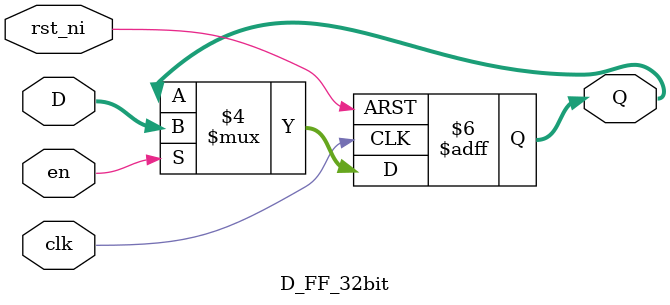
<source format=sv>
module D_FF_32bit
(
	input  logic 	[31:0] 	D,
	input  logic        		clk, rst_ni, en,
	output reg 		[31:0] 	Q
);
	always @(posedge clk or negedge rst_ni) begin
		if(!rst_ni) begin
			Q  <=  0;
		end
		
		else if (en) begin
			Q  <=  D;
		end
		else begin
			Q <= Q;
		end
end
endmodule

</source>
